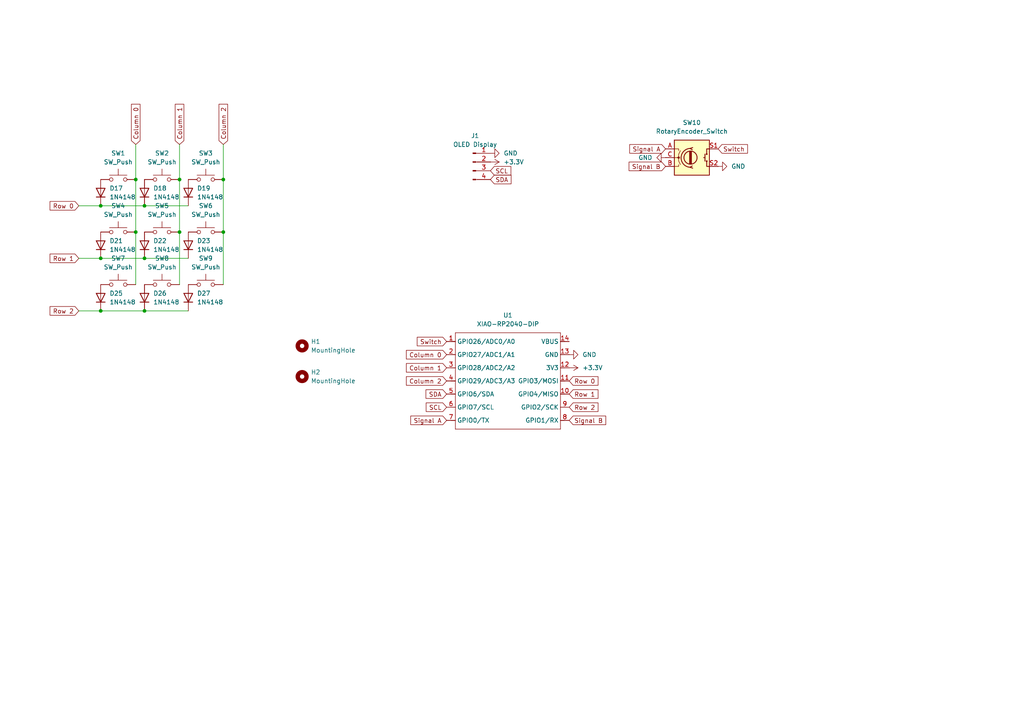
<source format=kicad_sch>
(kicad_sch (version 20250114) (generator "eeschema") (generator_version "9.0")
  (paper "A4")
  (lib_symbols
    (symbol "Connector:Conn_01x04_Pin" (pin_names (offset 1.016) (hide yes))
      (property "Reference" "J" (at 0 5.08 0))
      (property "Value" "Conn_01x04_Pin" (at 0 -7.62 0))
      (symbol "Conn_01x04_Pin_1_1"
        (rectangle (start 0.8636 2.667) (end 0 2.413) (stroke (width 0.1524)) (fill (type outline)))
        (rectangle (start 0.8636 0.127) (end 0 -0.127) (stroke (width 0.1524)) (fill (type outline)))
        (rectangle (start 0.8636 -2.413) (end 0 -2.667) (stroke (width 0.1524)) (fill (type outline)))
        (rectangle (start 0.8636 -4.953) (end 0 -5.207) (stroke (width 0.1524)) (fill (type outline)))
        (polyline (pts (xy 1.27 2.54) (xy 0.8636 2.54)) (stroke (width 0.1524)))
        (polyline (pts (xy 1.27 0) (xy 0.8636 0)) (stroke (width 0.1524)))
        (polyline (pts (xy 1.27 -2.54) (xy 0.8636 -2.54)) (stroke (width 0.1524)))
        (polyline (pts (xy 1.27 -5.08) (xy 0.8636 -5.08)) (stroke (width 0.1524)))
        (pin passive line (at 5.08 2.54 180) (length 3.81) (name "Pin_1") (number "1"))
        (pin passive line (at 5.08 0 180) (length 3.81) (name "Pin_2") (number "2"))
        (pin passive line (at 5.08 -2.54 180) (length 3.81) (name "Pin_3") (number "3"))
        (pin passive line (at 5.08 -5.08 180) (length 3.81) (name "Pin_4") (number "4"))
      )
    )
    (symbol "Device:RotaryEncoder_Switch" (pin_names (offset 0.254) (hide yes))
      (property "Reference" "SW" (at 0 6.604 0))
      (property "Value" "RotaryEncoder_Switch" (at 0 -6.604 0))
      (symbol "RotaryEncoder_Switch_0_1"
        (rectangle (start -5.08 5.08) (end 5.08 -5.08) (stroke (width 0.254)) (fill (type background)))
        (polyline (pts (xy -5.08 2.54) (xy -3.81 2.54) (xy -3.81 2.032)))
        (polyline (pts (xy -5.08 0) (xy -3.81 0) (xy -3.81 -1.016) (xy -3.302 -2.032)))
        (polyline (pts (xy -5.08 -2.54) (xy -3.81 -2.54) (xy -3.81 -2.032)))
        (polyline (pts (xy -4.318 0) (xy -3.81 0) (xy -3.81 1.016) (xy -3.302 2.032)))
        (circle (center -3.81 0) (radius 0.254) (fill (type outline)))
        (polyline (pts (xy -0.635 -1.778) (xy -0.635 1.778)) (stroke (width 0.254)))
        (circle (center -0.381 0) (radius 1.905) (stroke (width 0.254)))
        (polyline (pts (xy -0.381 -1.778) (xy -0.381 1.778)) (stroke (width 0.254)))
        (arc (start -0.381 -2.794) (mid -3.0988 -0.0635) (end -0.381 2.667) (stroke (width 0.254)))
        (polyline (pts (xy -0.127 1.778) (xy -0.127 -1.778)) (stroke (width 0.254)))
        (polyline (pts (xy 0.254 2.921) (xy -0.508 2.667) (xy 0.127 2.286)) (stroke (width 0.254)))
        (polyline (pts (xy 0.254 -3.048) (xy -0.508 -2.794) (xy 0.127 -2.413)) (stroke (width 0.254)))
        (polyline (pts (xy 3.81 1.016) (xy 3.81 -1.016)) (stroke (width 0.254)))
        (polyline (pts (xy 3.81 0) (xy 3.429 0)) (stroke (width 0.254)))
        (circle (center 4.318 1.016) (radius 0.127) (stroke (width 0.254)))
        (circle (center 4.318 -1.016) (radius 0.127) (stroke (width 0.254)))
        (polyline (pts (xy 5.08 2.54) (xy 4.318 2.54) (xy 4.318 1.016)) (stroke (width 0.254)))
        (polyline (pts (xy 5.08 -2.54) (xy 4.318 -2.54) (xy 4.318 -1.016)) (stroke (width 0.254)))
      )
      (symbol "RotaryEncoder_Switch_1_1"
        (pin passive line (at -7.62 2.54 0) (length 2.54) (name "A") (number "A"))
        (pin passive line (at -7.62 0 0) (length 2.54) (name "C") (number "C"))
        (pin passive line (at -7.62 -2.54 0) (length 2.54) (name "B") (number "B"))
        (pin passive line (at 7.62 2.54 180) (length 2.54) (name "S1") (number "S1"))
        (pin passive line (at 7.62 -2.54 180) (length 2.54) (name "S2") (number "S2"))
      )
    )
    (symbol "Diode:1N4148" (pin_numbers (hide yes)) (pin_names (hide yes))
      (property "Reference" "D" (at 0 2.54 0))
      (property "Value" "1N4148" (at 0 -2.54 0))
      (symbol "1N4148_0_1"
        (polyline (pts (xy -1.27 1.27) (xy -1.27 -1.27)) (stroke (width 0.254)))
        (polyline (pts (xy 1.27 1.27) (xy 1.27 -1.27) (xy -1.27 0) (xy 1.27 1.27)) (stroke (width 0.254)))
        (polyline (pts (xy 1.27 0) (xy -1.27 0)))
      )
      (symbol "1N4148_1_1"
        (pin passive line (at -3.81 0 0) (length 2.54) (name "K") (number "1"))
        (pin passive line (at 3.81 0 180) (length 2.54) (name "A") (number "2"))
      )
    )
    (symbol "Mechanical:MountingHole" (pin_names (offset 1.016)) (in_bom no)
      (property "Reference" "H" (at 0 5.08 0))
      (property "Value" "MountingHole" (at 0 3.175 0))
      (symbol "MountingHole_0_1"
        (circle (center 0 0) (radius 1.27) (stroke (width 1.27)))
      )
    )
    (symbol "OPL library:XIAO-RP2040-DIP"
      (property "Reference" "U" (at 0 0 0))
      (property "Value" "XIAO-RP2040-DIP" (at 5.334 -1.778 0))
      (symbol "XIAO-RP2040-DIP_1_0"
        (polyline (pts (xy -1.27 -2.54) (xy 29.21 -2.54)) (stroke (width 0.1524)))
        (polyline (pts (xy -1.27 -5.08) (xy -2.54 -5.08)) (stroke (width 0.1524)))
        (polyline (pts (xy -1.27 -5.08) (xy -1.27 -2.54)) (stroke (width 0.1524)))
        (polyline (pts (xy -1.27 -8.89) (xy -2.54 -8.89)) (stroke (width 0.1524)))
        (polyline (pts (xy -1.27 -8.89) (xy -1.27 -5.08)) (stroke (width 0.1524)))
        (polyline (pts (xy -1.27 -12.7) (xy -2.54 -12.7)) (stroke (width 0.1524)))
        (polyline (pts (xy -1.27 -12.7) (xy -1.27 -8.89)) (stroke (width 0.1524)))
        (polyline (pts (xy -1.27 -16.51) (xy -2.54 -16.51)) (stroke (width 0.1524)))
        (polyline (pts (xy -1.27 -16.51) (xy -1.27 -12.7)) (stroke (width 0.1524)))
        (polyline (pts (xy -1.27 -20.32) (xy -2.54 -20.32)) (stroke (width 0.1524)))
        (polyline (pts (xy -1.27 -24.13) (xy -2.54 -24.13)) (stroke (width 0.1524)))
        (polyline (pts (xy -1.27 -27.94) (xy -2.54 -27.94)) (stroke (width 0.1524)))
        (polyline (pts (xy -1.27 -30.48) (xy -1.27 -16.51)) (stroke (width 0.1524)))
        (polyline (pts (xy 29.21 -2.54) (xy 29.21 -5.08)) (stroke (width 0.1524)))
        (polyline (pts (xy 29.21 -5.08) (xy 29.21 -8.89)) (stroke (width 0.1524)))
        (polyline (pts (xy 29.21 -8.89) (xy 29.21 -12.7)) (stroke (width 0.1524)))
        (polyline (pts (xy 29.21 -12.7) (xy 29.21 -30.48)) (stroke (width 0.1524)))
        (polyline (pts (xy 29.21 -30.48) (xy -1.27 -30.48)) (stroke (width 0.1524)))
        (polyline (pts (xy 30.48 -5.08) (xy 29.21 -5.08)) (stroke (width 0.1524)))
        (polyline (pts (xy 30.48 -8.89) (xy 29.21 -8.89)) (stroke (width 0.1524)))
        (polyline (pts (xy 30.48 -12.7) (xy 29.21 -12.7)) (stroke (width 0.1524)))
        (polyline (pts (xy 30.48 -16.51) (xy 29.21 -16.51)) (stroke (width 0.1524)))
        (polyline (pts (xy 30.48 -20.32) (xy 29.21 -20.32)) (stroke (width 0.1524)))
        (polyline (pts (xy 30.48 -24.13) (xy 29.21 -24.13)) (stroke (width 0.1524)))
        (polyline (pts (xy 30.48 -27.94) (xy 29.21 -27.94)) (stroke (width 0.1524)))
        (pin passive line (at -3.81 -5.08 0) (length 2.54) (name "GPIO26/ADC0/A0") (number "1"))
        (pin passive line (at -3.81 -8.89 0) (length 2.54) (name "GPIO27/ADC1/A1") (number "2"))
        (pin passive line (at -3.81 -12.7 0) (length 2.54) (name "GPIO28/ADC2/A2") (number "3"))
        (pin passive line (at -3.81 -16.51 0) (length 2.54) (name "GPIO29/ADC3/A3") (number "4"))
        (pin passive line (at -3.81 -20.32 0) (length 2.54) (name "GPIO6/SDA") (number "5"))
        (pin passive line (at -3.81 -24.13 0) (length 2.54) (name "GPIO7/SCL") (number "6"))
        (pin passive line (at -3.81 -27.94 0) (length 2.54) (name "GPIO0/TX") (number "7"))
        (pin passive line (at 31.75 -5.08 180) (length 2.54) (name "VBUS") (number "14"))
        (pin passive line (at 31.75 -8.89 180) (length 2.54) (name "GND") (number "13"))
        (pin passive line (at 31.75 -12.7 180) (length 2.54) (name "3V3") (number "12"))
        (pin passive line (at 31.75 -16.51 180) (length 2.54) (name "GPIO3/MOSI") (number "11"))
        (pin passive line (at 31.75 -20.32 180) (length 2.54) (name "GPIO4/MISO") (number "10"))
        (pin passive line (at 31.75 -24.13 180) (length 2.54) (name "GPIO2/SCK") (number "9"))
        (pin passive line (at 31.75 -27.94 180) (length 2.54) (name "GPIO1/RX") (number "8"))
      )
    )
    (symbol "Switch:SW_Push" (pin_numbers (hide yes)) (pin_names (offset 1.016) (hide yes))
      (property "Reference" "SW" (at 1.27 2.54 0))
      (property "Value" "SW_Push" (at 0 -1.524 0))
      (symbol "SW_Push_0_1"
        (circle (center -2.032 0) (radius 0.508))
        (polyline (pts (xy 0 1.27) (xy 0 3.048)))
        (circle (center 2.032 0) (radius 0.508))
        (polyline (pts (xy 2.54 1.27) (xy -2.54 1.27)))
        (pin passive line (at -5.08 0 0) (length 2.54) (name "1") (number "1"))
        (pin passive line (at 5.08 0 180) (length 2.54) (name "2") (number "2"))
      )
    )
    (symbol "power:+3.3V" (power) (pin_numbers (hide yes)) (pin_names (offset 0) (hide yes))
      (property "Value" "+3.3V" (at 0 3.556 0))
      (symbol "+3.3V_0_1"
        (polyline (pts (xy -0.762 1.27) (xy 0 2.54)))
        (polyline (pts (xy 0 2.54) (xy 0.762 1.27)))
        (polyline (pts (xy 0 0) (xy 0 2.54)))
      )
      (symbol "+3.3V_1_1"
        (pin power_in line (at 0 0 90) (length 0) (name "~") (number "1"))
      )
    )
    (symbol "power:GND" (power) (pin_numbers (hide yes)) (pin_names (offset 0) (hide yes))
      (property "Value" "GND" (at 0 -3.81 0))
      (symbol "GND_0_1"
        (polyline (pts (xy 0 0) (xy 0 -1.27) (xy 1.27 -1.27) (xy 0 -2.54) (xy -1.27 -1.27) (xy 0 -1.27)))
      )
      (symbol "GND_1_1"
        (pin power_in line (at 0 0 270) (length 0) (name "~") (number "1"))
      )
    )
  )
  (junction (at 52.07 67.31))
  (junction (at 52.07 52.07))
  (junction (at 39.37 52.07))
  (junction (at 41.91 59.69))
  (junction (at 29.21 59.69))
  (junction (at 64.77 52.07))
  (junction (at 41.91 90.17))
  (junction (at 29.21 90.17))
  (junction (at 29.21 74.93))
  (junction (at 64.77 67.31))
  (junction (at 41.91 74.93))
  (junction (at 39.37 67.31))
  (wire (pts (xy 29.21 90.17) (xy 22.86 90.17)))
  (wire (pts (xy 29.21 90.17) (xy 41.91 90.17)))
  (wire (pts (xy 29.21 74.93) (xy 41.91 74.93)))
  (wire (pts (xy 39.37 67.31) (xy 39.37 82.55)))
  (wire (pts (xy 54.61 59.69) (xy 41.91 59.69)))
  (wire (pts (xy 64.77 52.07) (xy 64.77 67.31)))
  (wire (pts (xy 64.77 67.31) (xy 64.77 82.55)))
  (wire (pts (xy 39.37 52.07) (xy 39.37 67.31)))
  (wire (pts (xy 41.91 90.17) (xy 54.61 90.17)))
  (wire (pts (xy 64.77 41.91) (xy 64.77 52.07)))
  (wire (pts (xy 54.61 74.93) (xy 41.91 74.93)))
  (wire (pts (xy 29.21 59.69) (xy 22.86 59.69)))
  (wire (pts (xy 29.21 74.93) (xy 22.86 74.93)))
  (wire (pts (xy 52.07 67.31) (xy 52.07 82.55)))
  (wire (pts (xy 52.07 52.07) (xy 52.07 67.31)))
  (wire (pts (xy 39.37 41.91) (xy 39.37 52.07)))
  (wire (pts (xy 52.07 41.91) (xy 52.07 52.07)))
  (wire (pts (xy 29.21 59.69) (xy 41.91 59.69)))
  (global_label "Row 1" (shape input) (at 22.86 74.93 180) (property "Intersheetrefs" "${INTERSHEET_REFS}" (effects (hide yes))))
  (global_label "Switch" (shape input) (at 208.28 43.18 0) (property "Intersheetrefs" "${INTERSHEET_REFS}" (effects (hide yes))))
  (global_label "Column 0" (shape input) (at 129.54 102.87 180) (property "Intersheetrefs" "${INTERSHEET_REFS}" (effects (hide yes))))
  (global_label "Column 1" (shape input) (at 129.54 106.68 180) (property "Intersheetrefs" "${INTERSHEET_REFS}" (effects (hide yes))))
  (global_label "SDA" (shape input) (at 142.24 52.07 0) (property "Intersheetrefs" "${INTERSHEET_REFS}" (effects (hide yes))))
  (global_label "Signal A" (shape input) (at 129.54 121.92 180) (property "Intersheetrefs" "${INTERSHEET_REFS}" (effects (hide yes))))
  (global_label "Column 2" (shape input) (at 129.54 110.49 180) (property "Intersheetrefs" "${INTERSHEET_REFS}" (effects (hide yes))))
  (global_label "SDA" (shape input) (at 129.54 114.3 180) (property "Intersheetrefs" "${INTERSHEET_REFS}" (effects (hide yes))))
  (global_label "Column 1" (shape input) (at 52.07 41.91 90) (property "Intersheetrefs" "${INTERSHEET_REFS}" (effects (hide yes))))
  (global_label "Row 2" (shape input) (at 165.1 118.11 0) (property "Intersheetrefs" "${INTERSHEET_REFS}" (effects (hide yes))))
  (global_label "Column 0" (shape input) (at 39.37 41.91 90) (property "Intersheetrefs" "${INTERSHEET_REFS}" (effects (hide yes))))
  (global_label "Column 2" (shape input) (at 64.77 41.91 90) (property "Intersheetrefs" "${INTERSHEET_REFS}" (effects (hide yes))))
  (global_label "Signal A" (shape input) (at 193.04 43.18 180) (property "Intersheetrefs" "${INTERSHEET_REFS}" (effects (hide yes))))
  (global_label "Signal B" (shape input) (at 165.1 121.92 0) (property "Intersheetrefs" "${INTERSHEET_REFS}" (effects (hide yes))))
  (global_label "Signal B" (shape input) (at 193.04 48.26 180) (property "Intersheetrefs" "${INTERSHEET_REFS}" (effects (hide yes))))
  (global_label "Switch" (shape input) (at 129.54 99.06 180) (property "Intersheetrefs" "${INTERSHEET_REFS}" (effects (hide yes))))
  (global_label "Row 2" (shape input) (at 22.86 90.17 180) (property "Intersheetrefs" "${INTERSHEET_REFS}" (effects (hide yes))))
  (global_label "Row 1" (shape input) (at 165.1 114.3 0) (property "Intersheetrefs" "${INTERSHEET_REFS}" (effects (hide yes))))
  (global_label "SCL" (shape input) (at 129.54 118.11 180) (property "Intersheetrefs" "${INTERSHEET_REFS}" (effects (hide yes))))
  (global_label "SCL" (shape input) (at 142.24 49.53 0) (property "Intersheetrefs" "${INTERSHEET_REFS}" (effects (hide yes))))
  (global_label "Row 0" (shape input) (at 165.1 110.49 0) (property "Intersheetrefs" "${INTERSHEET_REFS}" (effects (hide yes))))
  (global_label "Row 0" (shape input) (at 22.86 59.69 180) (property "Intersheetrefs" "${INTERSHEET_REFS}" (effects (hide yes))))
  (symbol (lib_id "Switch:SW_Push") (at 46.99 82.55 0) (unit 1)
    (property "Reference" "SW8" (at 46.99 74.93 0))
    (property "Value" "SW_Push" (at 46.99 77.47 0))
    (property "Footprint" "Button_Switch_Keyboard:SW_Cherry_MX_1.00u_PCB" (effects (hide yes)))
    (property "Description" "Push button switch, generic, two pins" (effects (hide yes)))
  )
  (symbol (lib_id "Diode:1N4148") (at 29.21 86.36 90) (unit 1)
    (property "Reference" "D25" (at 31.75 85.0899 90) (effects (justify right)))
    (property "Value" "1N4148" (at 31.75 87.6299 90) (effects (justify right)))
    (property "Footprint" "Diode_THT:D_DO-35_SOD27_P7.62mm_Horizontal" (effects (hide yes)))
    (property "Datasheet" "https://assets.nexperia.com/documents/data-sheet/1N4148_1N4448.pdf" (effects (hide yes)))
    (property "Description" "100V 0.15A standard switching diode, DO-35" (effects (hide yes)))
    (property "Sim.Device" "D" (effects (hide yes)))
    (property "Sim.Pins" "1=K 2=A" (effects (hide yes)))
  )
  (symbol (lib_id "Diode:1N4148") (at 29.21 55.88 90) (unit 1)
    (property "Reference" "D17" (at 31.75 54.6099 90) (effects (justify right)))
    (property "Value" "1N4148" (at 31.75 57.1499 90) (effects (justify right)))
    (property "Footprint" "Diode_THT:D_DO-35_SOD27_P7.62mm_Horizontal" (effects (hide yes)))
    (property "Datasheet" "https://assets.nexperia.com/documents/data-sheet/1N4148_1N4448.pdf" (effects (hide yes)))
    (property "Description" "100V 0.15A standard switching diode, DO-35" (effects (hide yes)))
    (property "Sim.Device" "D" (effects (hide yes)))
    (property "Sim.Pins" "1=K 2=A" (effects (hide yes)))
  )
  (symbol (lib_id "Diode:1N4148") (at 54.61 71.12 90) (unit 1)
    (property "Reference" "D23" (at 57.15 69.8499 90) (effects (justify right)))
    (property "Value" "1N4148" (at 57.15 72.3899 90) (effects (justify right)))
    (property "Footprint" "Diode_THT:D_DO-35_SOD27_P7.62mm_Horizontal" (effects (hide yes)))
    (property "Datasheet" "https://assets.nexperia.com/documents/data-sheet/1N4148_1N4448.pdf" (effects (hide yes)))
    (property "Description" "100V 0.15A standard switching diode, DO-35" (effects (hide yes)))
    (property "Sim.Device" "D" (effects (hide yes)))
    (property "Sim.Pins" "1=K 2=A" (effects (hide yes)))
  )
  (symbol (lib_id "OPL library:XIAO-RP2040-DIP") (at 133.35 93.98 0) (unit 1)
    (property "Reference" "U1" (at 147.32 91.44 0))
    (property "Value" "XIAO-RP2040-DIP" (at 147.32 93.98 0))
    (property "Footprint" "OPL Library:XIAO-RP2040-DIP" (effects (hide yes)))
  )
  (symbol (lib_id "Device:RotaryEncoder_Switch") (at 200.66 45.72 0) (unit 1)
    (property "Reference" "SW10" (at 200.66 35.56 0))
    (property "Value" "RotaryEncoder_Switch" (at 200.66 38.1 0))
    (property "Footprint" "Rotary encoder:RotaryEncoder_Alps_EC11E-Switch_Vertical_H20mm" (effects (hide yes)))
    (property "Description" "Rotary encoder, dual channel, incremental quadrate outputs, with switch" (effects (hide yes)))
  )
  (symbol (lib_id "power:GND") (at 165.1 102.87 90) (unit 1)
    (property "Reference" "#PWR033" (effects (hide yes)))
    (property "Value" "GND" (at 168.91 102.8699 90) (effects (justify right)))
    (property "Description" "Power symbol creates a global label with name \"GND\" , ground" (effects (hide yes)))
  )
  (symbol (lib_id "power:+3.3V") (at 165.1 106.68 270) (unit 1)
    (property "Reference" "#PWR03" (effects (hide yes)))
    (property "Value" "+3.3V" (at 168.91 106.6799 90) (effects (justify left)))
    (property "Description" "Power symbol creates a global label with name \"+3.3V\"" (effects (hide yes)))
  )
  (symbol (lib_id "Diode:1N4148") (at 29.21 71.12 90) (unit 1)
    (property "Reference" "D21" (at 31.75 69.8499 90) (effects (justify right)))
    (property "Value" "1N4148" (at 31.75 72.3899 90) (effects (justify right)))
    (property "Footprint" "Diode_THT:D_DO-35_SOD27_P7.62mm_Horizontal" (effects (hide yes)))
    (property "Datasheet" "https://assets.nexperia.com/documents/data-sheet/1N4148_1N4448.pdf" (effects (hide yes)))
    (property "Description" "100V 0.15A standard switching diode, DO-35" (effects (hide yes)))
    (property "Sim.Device" "D" (effects (hide yes)))
    (property "Sim.Pins" "1=K 2=A" (effects (hide yes)))
  )
  (symbol (lib_id "Switch:SW_Push") (at 46.99 52.07 0) (unit 1)
    (property "Reference" "SW2" (at 46.99 44.45 0))
    (property "Value" "SW_Push" (at 46.99 46.99 0))
    (property "Footprint" "Button_Switch_Keyboard:SW_Cherry_MX_1.00u_PCB" (effects (hide yes)))
    (property "Description" "Push button switch, generic, two pins" (effects (hide yes)))
  )
  (symbol (lib_id "Diode:1N4148") (at 41.91 86.36 90) (unit 1)
    (property "Reference" "D26" (at 44.45 85.0899 90) (effects (justify right)))
    (property "Value" "1N4148" (at 44.45 87.6299 90) (effects (justify right)))
    (property "Footprint" "Diode_THT:D_DO-35_SOD27_P7.62mm_Horizontal" (effects (hide yes)))
    (property "Datasheet" "https://assets.nexperia.com/documents/data-sheet/1N4148_1N4448.pdf" (effects (hide yes)))
    (property "Description" "100V 0.15A standard switching diode, DO-35" (effects (hide yes)))
    (property "Sim.Device" "D" (effects (hide yes)))
    (property "Sim.Pins" "1=K 2=A" (effects (hide yes)))
  )
  (symbol (lib_id "Switch:SW_Push") (at 34.29 67.31 0) (unit 1)
    (property "Reference" "SW4" (at 34.29 59.69 0))
    (property "Value" "SW_Push" (at 34.29 62.23 0))
    (property "Footprint" "Button_Switch_Keyboard:SW_Cherry_MX_1.00u_PCB" (effects (hide yes)))
    (property "Description" "Push button switch, generic, two pins" (effects (hide yes)))
  )
  (symbol (lib_id "Switch:SW_Push") (at 59.69 52.07 0) (unit 1)
    (property "Reference" "SW3" (at 59.69 44.45 0))
    (property "Value" "SW_Push" (at 59.69 46.99 0))
    (property "Footprint" "Button_Switch_Keyboard:SW_Cherry_MX_1.00u_PCB" (effects (hide yes)))
    (property "Description" "Push button switch, generic, two pins" (effects (hide yes)))
  )
  (symbol (lib_id "power:+3.3V") (at 142.24 46.99 270) (unit 1)
    (property "Reference" "#PWR01" (effects (hide yes)))
    (property "Value" "+3.3V" (at 146.05 46.9899 90) (effects (justify left)))
    (property "Description" "Power symbol creates a global label with name \"+3.3V\"" (effects (hide yes)))
  )
  (symbol (lib_id "Diode:1N4148") (at 41.91 55.88 90) (unit 1)
    (property "Reference" "D18" (at 44.45 54.6099 90) (effects (justify right)))
    (property "Value" "1N4148" (at 44.45 57.1499 90) (effects (justify right)))
    (property "Footprint" "Diode_THT:D_DO-35_SOD27_P7.62mm_Horizontal" (effects (hide yes)))
    (property "Datasheet" "https://assets.nexperia.com/documents/data-sheet/1N4148_1N4448.pdf" (effects (hide yes)))
    (property "Description" "100V 0.15A standard switching diode, DO-35" (effects (hide yes)))
    (property "Sim.Device" "D" (effects (hide yes)))
    (property "Sim.Pins" "1=K 2=A" (effects (hide yes)))
  )
  (symbol (lib_id "Switch:SW_Push") (at 59.69 82.55 0) (unit 1)
    (property "Reference" "SW9" (at 59.69 74.93 0))
    (property "Value" "SW_Push" (at 59.69 77.47 0))
    (property "Footprint" "Button_Switch_Keyboard:SW_Cherry_MX_1.00u_PCB" (effects (hide yes)))
    (property "Description" "Push button switch, generic, two pins" (effects (hide yes)))
  )
  (symbol (lib_id "Diode:1N4148") (at 54.61 86.36 90) (unit 1)
    (property "Reference" "D27" (at 57.15 85.0899 90) (effects (justify right)))
    (property "Value" "1N4148" (at 57.15 87.6299 90) (effects (justify right)))
    (property "Footprint" "Diode_THT:D_DO-35_SOD27_P7.62mm_Horizontal" (effects (hide yes)))
    (property "Datasheet" "https://assets.nexperia.com/documents/data-sheet/1N4148_1N4448.pdf" (effects (hide yes)))
    (property "Description" "100V 0.15A standard switching diode, DO-35" (effects (hide yes)))
    (property "Sim.Device" "D" (effects (hide yes)))
    (property "Sim.Pins" "1=K 2=A" (effects (hide yes)))
  )
  (symbol (lib_id "power:GND") (at 193.04 45.72 270) (unit 1)
    (property "Reference" "#PWR05" (effects (hide yes)))
    (property "Value" "GND" (at 189.23 45.7199 90) (effects (justify right)))
    (property "Description" "Power symbol creates a global label with name \"GND\" , ground" (effects (hide yes)))
  )
  (symbol (lib_id "Diode:1N4148") (at 41.91 71.12 90) (unit 1)
    (property "Reference" "D22" (at 44.45 69.8499 90) (effects (justify right)))
    (property "Value" "1N4148" (at 44.45 72.3899 90) (effects (justify right)))
    (property "Footprint" "Diode_THT:D_DO-35_SOD27_P7.62mm_Horizontal" (effects (hide yes)))
    (property "Datasheet" "https://assets.nexperia.com/documents/data-sheet/1N4148_1N4448.pdf" (effects (hide yes)))
    (property "Description" "100V 0.15A standard switching diode, DO-35" (effects (hide yes)))
    (property "Sim.Device" "D" (effects (hide yes)))
    (property "Sim.Pins" "1=K 2=A" (effects (hide yes)))
  )
  (symbol (lib_id "Switch:SW_Push") (at 59.69 67.31 0) (unit 1)
    (property "Reference" "SW6" (at 59.69 59.69 0))
    (property "Value" "SW_Push" (at 59.69 62.23 0))
    (property "Footprint" "Button_Switch_Keyboard:SW_Cherry_MX_1.00u_PCB" (effects (hide yes)))
    (property "Description" "Push button switch, generic, two pins" (effects (hide yes)))
  )
  (symbol (lib_id "Switch:SW_Push") (at 34.29 82.55 0) (unit 1)
    (property "Reference" "SW7" (at 34.29 74.93 0))
    (property "Value" "SW_Push" (at 34.29 77.47 0))
    (property "Footprint" "Button_Switch_Keyboard:SW_Cherry_MX_1.00u_PCB" (effects (hide yes)))
    (property "Description" "Push button switch, generic, two pins" (effects (hide yes)))
  )
  (symbol (lib_id "Switch:SW_Push") (at 34.29 52.07 0) (unit 1)
    (property "Reference" "SW1" (at 34.29 44.45 0))
    (property "Value" "SW_Push" (at 34.29 46.99 0))
    (property "Footprint" "Button_Switch_Keyboard:SW_Cherry_MX_1.00u_PCB" (effects (hide yes)))
    (property "Description" "Push button switch, generic, two pins" (effects (hide yes)))
  )
  (symbol (lib_id "Mechanical:MountingHole") (at 87.63 109.22 0) (unit 1) (in_bom no)
    (property "Reference" "H2" (at 90.17 107.9499 0) (effects (justify left)))
    (property "Value" "MountingHole" (at 90.17 110.4899 0) (effects (justify left)))
    (property "Footprint" "MountingHole:MountingHole_3.2mm_M3" (effects (hide yes)))
    (property "Description" "Mounting Hole without connection" (effects (hide yes)))
  )
  (symbol (lib_id "Connector:Conn_01x04_Pin") (at 137.16 46.99 0) (unit 1)
    (property "Reference" "J1" (at 137.795 39.37 0))
    (property "Value" "OLED Display" (at 137.795 41.91 0))
    (property "Footprint" "OLED:SSD1306-0.91-OLED-4pin-128x32" (effects (hide yes)))
    (property "Description" "Generic connector, single row, 01x04, script generated" (effects (hide yes)))
  )
  (symbol (lib_id "Switch:SW_Push") (at 46.99 67.31 0) (unit 1)
    (property "Reference" "SW5" (at 46.99 59.69 0))
    (property "Value" "SW_Push" (at 46.99 62.23 0))
    (property "Footprint" "Button_Switch_Keyboard:SW_Cherry_MX_1.00u_PCB" (effects (hide yes)))
    (property "Description" "Push button switch, generic, two pins" (effects (hide yes)))
  )
  (symbol (lib_id "Mechanical:MountingHole") (at 87.63 100.33 0) (unit 1) (in_bom no)
    (property "Reference" "H1" (at 90.17 99.0599 0) (effects (justify left)))
    (property "Value" "MountingHole" (at 90.17 101.5999 0) (effects (justify left)))
    (property "Footprint" "MountingHole:MountingHole_3.2mm_M3" (effects (hide yes)))
    (property "Description" "Mounting Hole without connection" (effects (hide yes)))
  )
  (symbol (lib_id "power:GND") (at 208.28 48.26 90) (unit 1)
    (property "Reference" "#PWR04" (effects (hide yes)))
    (property "Value" "GND" (at 212.09 48.2599 90) (effects (justify right)))
    (property "Description" "Power symbol creates a global label with name \"GND\" , ground" (effects (hide yes)))
  )
  (symbol (lib_id "Diode:1N4148") (at 54.61 55.88 90) (unit 1)
    (property "Reference" "D19" (at 57.15 54.6099 90) (effects (justify right)))
    (property "Value" "1N4148" (at 57.15 57.1499 90) (effects (justify right)))
    (property "Footprint" "Diode_THT:D_DO-35_SOD27_P7.62mm_Horizontal" (effects (hide yes)))
    (property "Datasheet" "https://assets.nexperia.com/documents/data-sheet/1N4148_1N4448.pdf" (effects (hide yes)))
    (property "Description" "100V 0.15A standard switching diode, DO-35" (effects (hide yes)))
    (property "Sim.Device" "D" (effects (hide yes)))
    (property "Sim.Pins" "1=K 2=A" (effects (hide yes)))
  )
  (symbol (lib_id "power:GND") (at 142.24 44.45 90) (unit 1)
    (property "Reference" "#PWR02" (effects (hide yes)))
    (property "Value" "GND" (at 146.05 44.4499 90) (effects (justify right)))
    (property "Description" "Power symbol creates a global label with name \"GND\" , ground" (effects (hide yes)))
  )
)
</source>
